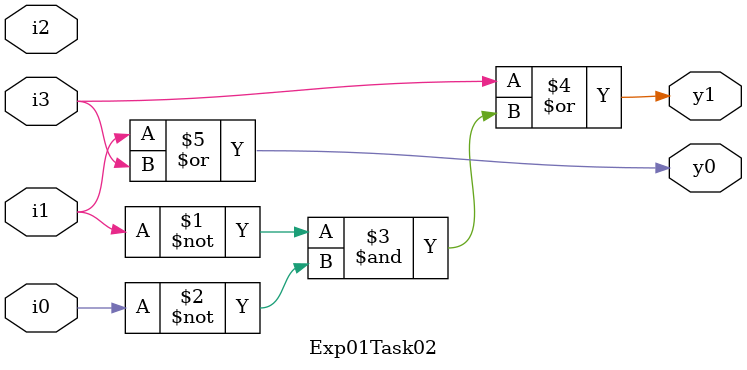
<source format=v>
module Exp01Task02(i0 , i1 , i2 , i3 , y0 , y1);
input i3 , i1 ,  i0 , i2;
output y1 , y0;
assign y1 = (i3 | ((~i1) & (~i0)));
assign y0 = (i1 | i3);
endmodule
</source>
